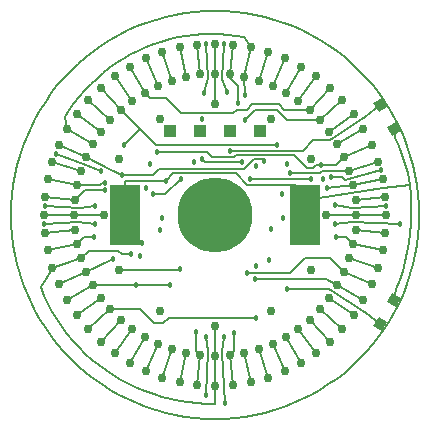
<source format=gtl>
G75*
G70*
%OFA0B0*%
%FSLAX24Y24*%
%IPPOS*%
%LPD*%
%AMOC8*
5,1,8,0,0,1.08239X$1,22.5*
%
%ADD10C,0.0060*%
%ADD11R,0.1000X0.2000*%
%ADD12C,0.2500*%
%ADD13C,0.0300*%
%ADD14R,0.0394X0.0394*%
%ADD15R,0.0335X0.0334*%
%ADD16C,0.0240*%
%ADD17C,0.0180*%
D10*
X004489Y004689D02*
X005232Y005358D01*
X005234Y005356D01*
X006228Y005356D01*
X006698Y004886D01*
X006998Y004886D01*
X007188Y005076D01*
X010098Y005076D01*
X010579Y005296D02*
X010581Y005298D01*
X011118Y006036D02*
X012528Y006036D01*
X013758Y005246D01*
X014234Y004865D01*
X014697Y005666D02*
X014758Y006036D01*
X013940Y006186D02*
X013026Y006593D01*
X012563Y007056D01*
X011728Y007056D01*
X011238Y006566D01*
X009778Y006566D01*
X010068Y006366D02*
X010328Y006365D01*
X012428Y006356D01*
X012803Y006154D01*
X012710Y006246D01*
X012803Y006154D02*
X013669Y005654D01*
X013343Y005153D02*
X012534Y005741D01*
X012224Y005358D02*
X012968Y004689D01*
X012545Y004267D02*
X011876Y005010D01*
X011494Y004700D02*
X012081Y003891D01*
X011581Y003566D02*
X011081Y004432D01*
X010642Y004209D02*
X011049Y003295D01*
X010491Y003081D02*
X010182Y004032D01*
X009706Y003905D02*
X009914Y002926D01*
X009324Y002833D02*
X009220Y003828D01*
X009358Y003966D01*
X009358Y004566D01*
X009028Y004436D02*
X008968Y003946D01*
X009058Y002226D01*
X008728Y002216D02*
X008728Y002802D01*
X008728Y003802D01*
X008728Y004802D01*
X008428Y004436D02*
X008488Y003956D01*
X008418Y002506D01*
X008132Y002833D02*
X008236Y003828D01*
X008098Y003966D01*
X008098Y004586D01*
X007274Y004032D02*
X006965Y003081D01*
X006408Y003295D02*
X006815Y004209D01*
X006376Y004432D02*
X005876Y003566D01*
X005375Y003891D02*
X005963Y004700D01*
X005580Y005010D02*
X004911Y004267D01*
X004113Y005153D02*
X004922Y005741D01*
X004654Y006154D02*
X006098Y006154D01*
X006098Y006156D01*
X006098Y006154D02*
X007196Y006154D01*
X007208Y006166D01*
X007546Y006654D02*
X005520Y006654D01*
X005338Y007026D02*
X004430Y006593D01*
X003517Y006186D01*
X003788Y005654D02*
X004654Y006154D01*
X004254Y007053D02*
X004508Y007306D01*
X005488Y007306D01*
X005608Y007186D01*
X005938Y007186D01*
X006278Y007576D02*
X005728Y008126D01*
X005728Y008506D01*
X005728Y008906D01*
X005718Y008906D01*
X005718Y009636D01*
X007078Y009636D01*
X007338Y009896D01*
X009408Y009896D01*
X009798Y009506D01*
X011378Y009506D01*
X011718Y009166D01*
X011718Y008346D01*
X011848Y008216D01*
X011848Y008386D01*
X011728Y008506D01*
X012178Y009056D01*
X014328Y009386D01*
X015208Y009496D01*
X014402Y009103D02*
X013407Y008998D01*
X013278Y008736D02*
X012728Y008826D01*
X012433Y008506D02*
X013433Y008506D01*
X014433Y008506D01*
X014418Y008806D02*
X013278Y008736D01*
X013298Y008266D02*
X012728Y008186D01*
X012758Y007766D02*
X013078Y007766D01*
X013330Y007528D01*
X014308Y007320D01*
X014148Y006746D02*
X013203Y007053D01*
X014154Y006744D01*
X014402Y007910D02*
X013407Y008015D01*
X013298Y008266D02*
X014898Y008186D01*
X014308Y009693D02*
X013330Y009485D01*
X012458Y009386D01*
X012598Y009756D02*
X012968Y009756D01*
X013058Y009666D01*
X014248Y009986D01*
X014154Y010269D02*
X013203Y009960D01*
X012292Y009960D01*
X012238Y009906D01*
X011228Y009906D01*
X011803Y010051D02*
X011983Y010051D01*
X012088Y010156D01*
X012258Y010156D01*
X012763Y010156D01*
X013026Y010420D01*
X013940Y010827D01*
X013669Y011359D02*
X012803Y010859D01*
X012548Y010986D02*
X011978Y010986D01*
X011640Y010649D01*
X009220Y010649D01*
X009408Y010496D02*
X009348Y010436D01*
X008638Y010436D01*
X008458Y010616D01*
X006798Y010616D01*
X006746Y010836D02*
X006192Y011391D01*
X006192Y011341D01*
X005688Y010836D01*
X006192Y011391D02*
X005580Y012003D01*
X004911Y012746D01*
X005375Y013122D02*
X005963Y012313D01*
X006376Y012581D02*
X006550Y012406D01*
X007078Y012406D01*
X007598Y011886D01*
X009328Y011886D01*
X009444Y012003D01*
X009784Y012003D01*
X009968Y012186D01*
X010858Y012186D01*
X011038Y012006D01*
X011873Y012006D01*
X011876Y012003D01*
X012545Y012746D01*
X012081Y013122D02*
X011494Y012313D01*
X011081Y012581D02*
X011581Y013447D01*
X011049Y013718D02*
X010642Y012804D01*
X010182Y012981D02*
X010491Y013932D01*
X009914Y014086D02*
X009698Y014436D01*
X009914Y014086D02*
X009706Y013108D01*
X009708Y012496D01*
X009478Y012236D02*
X009478Y012817D01*
X009220Y013075D01*
X009220Y013185D01*
X009324Y014180D01*
X009028Y014206D02*
X008958Y013046D01*
X009118Y012586D01*
X008728Y012211D02*
X008728Y013211D01*
X008728Y014211D01*
X008428Y014216D02*
X008488Y013056D01*
X008348Y012576D01*
X008236Y013185D02*
X008132Y014180D01*
X007542Y014086D02*
X007750Y013108D01*
X007274Y012981D02*
X006965Y013932D01*
X006408Y013718D02*
X006815Y012804D01*
X006376Y012581D02*
X005876Y013447D01*
X004489Y012324D02*
X005232Y011655D01*
X004922Y011272D02*
X004113Y011860D01*
X003718Y011756D02*
X003788Y011359D01*
X004654Y010859D01*
X004430Y010420D02*
X005268Y010016D01*
X005618Y009846D01*
X006668Y009846D01*
X006868Y010046D01*
X009698Y010046D01*
X010008Y010356D01*
X010318Y010356D01*
X010358Y010316D01*
X010788Y010836D02*
X006746Y010836D01*
X007578Y009716D02*
X007058Y009196D01*
X006648Y009196D01*
X005068Y009326D02*
X004377Y009326D01*
X004049Y008998D01*
X003055Y009103D01*
X003058Y008806D02*
X004218Y008746D01*
X004728Y008806D01*
X005023Y008506D02*
X004023Y008506D01*
X003023Y008506D01*
X003028Y008206D02*
X004158Y008266D01*
X004728Y008206D01*
X004688Y007766D02*
X004364Y007766D01*
X004126Y007528D01*
X003148Y007320D01*
X003308Y006746D02*
X002918Y006086D01*
X003303Y006744D02*
X004254Y007053D01*
X003308Y006746D01*
X003055Y007910D02*
X003700Y007978D01*
X004049Y008015D01*
X004126Y009485D02*
X004128Y009486D01*
X004878Y009486D01*
X004958Y009566D01*
X005068Y009566D01*
X004938Y009956D02*
X004158Y010256D01*
X003408Y010546D01*
X003303Y010269D02*
X004254Y009960D01*
X004430Y010420D02*
X003517Y010827D01*
X003148Y009693D02*
X004126Y009485D01*
X007548Y006706D02*
X007546Y006654D01*
X008729Y002217D02*
X008431Y002217D01*
X008134Y002232D01*
X007838Y002261D01*
X007544Y002305D01*
X007253Y002363D01*
X006964Y002435D01*
X006680Y002522D01*
X006400Y002622D01*
X006125Y002735D01*
X005856Y002862D01*
X005594Y003002D01*
X005338Y003155D01*
X005091Y003320D01*
X004852Y003496D01*
X004622Y003684D01*
X004401Y003884D01*
X004190Y004093D01*
X003990Y004313D01*
X003801Y004543D01*
X003623Y004781D01*
X003457Y005028D01*
X003303Y005282D01*
X003162Y005544D01*
X003034Y005812D01*
X002919Y006086D01*
X007750Y003905D02*
X007542Y002926D01*
X001928Y008506D02*
X001936Y008840D01*
X001961Y009173D01*
X002002Y009504D01*
X002059Y009833D01*
X002132Y010158D01*
X002221Y010480D01*
X002326Y010797D01*
X002446Y011108D01*
X002581Y011413D01*
X002731Y011711D01*
X002895Y012002D01*
X003074Y012284D01*
X003266Y012557D01*
X003472Y012820D01*
X003690Y013073D01*
X003920Y013314D01*
X004161Y013544D01*
X004414Y013762D01*
X004677Y013968D01*
X004950Y014160D01*
X005232Y014339D01*
X005523Y014503D01*
X005821Y014653D01*
X006126Y014788D01*
X006437Y014908D01*
X006754Y015013D01*
X007076Y015102D01*
X007401Y015175D01*
X007730Y015232D01*
X008061Y015273D01*
X008394Y015298D01*
X008728Y015306D01*
X009062Y015298D01*
X009395Y015273D01*
X009726Y015232D01*
X010055Y015175D01*
X010380Y015102D01*
X010702Y015013D01*
X011019Y014908D01*
X011330Y014788D01*
X011635Y014653D01*
X011933Y014503D01*
X012224Y014339D01*
X012506Y014160D01*
X012779Y013968D01*
X013042Y013762D01*
X013295Y013544D01*
X013536Y013314D01*
X013766Y013073D01*
X013984Y012820D01*
X014190Y012557D01*
X014382Y012284D01*
X014561Y012002D01*
X014725Y011711D01*
X014875Y011413D01*
X015010Y011108D01*
X015130Y010797D01*
X015235Y010480D01*
X015324Y010158D01*
X015397Y009833D01*
X015454Y009504D01*
X015495Y009173D01*
X015520Y008840D01*
X015528Y008506D01*
X015520Y008172D01*
X015495Y007839D01*
X015454Y007508D01*
X015397Y007179D01*
X015324Y006854D01*
X015235Y006532D01*
X015130Y006215D01*
X015010Y005904D01*
X014875Y005599D01*
X014725Y005301D01*
X014561Y005010D01*
X014382Y004728D01*
X014190Y004455D01*
X013984Y004192D01*
X013766Y003939D01*
X013536Y003698D01*
X013295Y003468D01*
X013042Y003250D01*
X012779Y003044D01*
X012506Y002852D01*
X012224Y002673D01*
X011933Y002509D01*
X011635Y002359D01*
X011330Y002224D01*
X011019Y002104D01*
X010702Y001999D01*
X010380Y001910D01*
X010055Y001837D01*
X009726Y001780D01*
X009395Y001739D01*
X009062Y001714D01*
X008728Y001706D01*
X008394Y001714D01*
X008061Y001739D01*
X007730Y001780D01*
X007401Y001837D01*
X007076Y001910D01*
X006754Y001999D01*
X006437Y002104D01*
X006126Y002224D01*
X005821Y002359D01*
X005523Y002509D01*
X005232Y002673D01*
X004950Y002852D01*
X004677Y003044D01*
X004414Y003250D01*
X004161Y003468D01*
X003920Y003698D01*
X003690Y003939D01*
X003472Y004192D01*
X003266Y004455D01*
X003074Y004728D01*
X002895Y005010D01*
X002731Y005301D01*
X002581Y005599D01*
X002446Y005904D01*
X002326Y006215D01*
X002221Y006532D01*
X002132Y006854D01*
X002059Y007179D01*
X002002Y007508D01*
X001961Y007839D01*
X001936Y008172D01*
X001928Y008506D01*
X008288Y010356D02*
X008378Y010266D01*
X009598Y010266D01*
X009608Y010256D01*
X009408Y010496D02*
X011358Y010496D01*
X011803Y010051D01*
X011933Y009716D02*
X009888Y009716D01*
X014728Y011066D02*
X014817Y010880D01*
X014899Y010691D01*
X014972Y010498D01*
X015036Y010302D01*
X015092Y010104D01*
X015140Y009903D01*
X015178Y009700D01*
X015208Y009496D01*
X014728Y011066D02*
X014728Y011335D01*
X014697Y011367D01*
X014234Y012168D02*
X013738Y011776D01*
X012548Y010986D01*
X012534Y011272D02*
X013343Y011860D01*
X012968Y012324D02*
X012224Y011655D01*
X011120Y011655D01*
X010778Y011996D01*
X010068Y011996D01*
X009728Y011656D01*
X009698Y014436D02*
X009423Y014482D01*
X009146Y014514D01*
X008867Y014533D01*
X008588Y014538D01*
X008309Y014529D01*
X008031Y014507D01*
X007754Y014472D01*
X007479Y014423D01*
X007207Y014360D01*
X006939Y014284D01*
X006674Y014196D01*
X006414Y014094D01*
X006159Y013980D01*
X005911Y013853D01*
X005668Y013715D01*
X005433Y013565D01*
X005205Y013403D01*
X004986Y013231D01*
X004775Y013048D01*
X004573Y012855D01*
X004381Y012653D01*
X004199Y012441D01*
X004028Y012220D01*
X003868Y011992D01*
X003719Y011756D01*
X015209Y009496D02*
X015244Y009177D01*
X015263Y008857D01*
X015268Y008536D01*
X015257Y008216D01*
X015230Y007896D01*
X015189Y007578D01*
X015133Y007262D01*
X015061Y006949D01*
X014975Y006640D01*
X014874Y006336D01*
X014759Y006036D01*
D11*
X011728Y008506D03*
X005728Y008506D03*
D12*
X008728Y008506D03*
D13*
X004489Y004689D03*
X004911Y004267D03*
X005375Y003891D03*
X005876Y003566D03*
X006408Y003295D03*
X006965Y003081D03*
X007542Y002926D03*
X008132Y002833D03*
X008728Y002802D03*
X009324Y002833D03*
X009914Y002926D03*
X010491Y003081D03*
X011049Y003295D03*
X011581Y003566D03*
X012081Y003891D03*
X012545Y004267D03*
X012968Y004689D03*
X013343Y005153D03*
X013669Y005654D03*
X013940Y006186D03*
X014154Y006744D03*
X014308Y007320D03*
X014402Y007910D03*
X014433Y008506D03*
X014402Y009103D03*
X014308Y009693D03*
X014154Y010269D03*
X013940Y010827D03*
X013669Y011359D03*
X013343Y011860D03*
X012968Y012324D03*
X012545Y012746D03*
X012081Y013122D03*
X011581Y013447D03*
X011049Y013718D03*
X010491Y013932D03*
X009914Y014086D03*
X009324Y014180D03*
X008728Y014211D03*
X008132Y014180D03*
X007542Y014086D03*
X006965Y013932D03*
X006408Y013718D03*
X005876Y013447D03*
X005375Y013122D03*
X004911Y012746D03*
X004489Y012324D03*
X004113Y011860D03*
X003788Y011359D03*
X003517Y010827D03*
X003303Y010269D03*
X003148Y009693D03*
X003055Y009103D03*
X003023Y008506D03*
X003055Y007910D03*
X003148Y007320D03*
X003303Y006744D03*
X003517Y006186D03*
X003788Y005654D03*
X004113Y005153D03*
X004922Y005741D03*
X004654Y006154D03*
X004430Y006593D03*
X004254Y007053D03*
X004126Y007528D03*
X004049Y008015D03*
X004023Y008506D03*
X004049Y008998D03*
X004126Y009485D03*
X004254Y009960D03*
X004430Y010420D03*
X004654Y010859D03*
X004922Y011272D03*
X005232Y011655D03*
X005580Y012003D03*
X005963Y012313D03*
X006376Y012581D03*
X006815Y012804D03*
X007274Y012981D03*
X007750Y013108D03*
X008236Y013185D03*
X008728Y013211D03*
X009220Y013185D03*
X009706Y013108D03*
X010182Y012981D03*
X010642Y012804D03*
X011081Y012581D03*
X011494Y012313D03*
X011876Y012003D03*
X012224Y011655D03*
X012534Y011272D03*
X012803Y010859D03*
X013026Y010420D03*
X013203Y009960D03*
X013330Y009485D03*
X013407Y008998D03*
X013433Y008506D03*
X013407Y008015D03*
X013330Y007528D03*
X013203Y007053D03*
X013026Y006593D03*
X012803Y006154D03*
X012534Y005741D03*
X012224Y005358D03*
X011876Y005010D03*
X011494Y004700D03*
X011081Y004432D03*
X010642Y004208D03*
X010182Y004032D03*
X009706Y003905D03*
X009220Y003827D03*
X008728Y003802D03*
X008236Y003827D03*
X007750Y003905D03*
X007274Y004032D03*
X006815Y004208D03*
X006376Y004432D03*
X005963Y004700D03*
X005580Y005010D03*
X005232Y005358D03*
X005520Y006654D03*
X006876Y005298D03*
X008728Y004802D03*
X010581Y005298D03*
X011937Y006654D03*
X012433Y008506D03*
X011937Y010359D03*
X010581Y011715D03*
X008728Y012211D03*
X006876Y011715D03*
X005520Y010359D03*
X005023Y008506D03*
D14*
X007228Y011296D03*
X008228Y011296D03*
X009228Y011296D03*
X010228Y011296D03*
D15*
G36*
X014295Y012396D02*
X014462Y012107D01*
X014173Y011940D01*
X014006Y012229D01*
X014295Y012396D01*
G37*
G36*
X014758Y011595D02*
X014925Y011306D01*
X014636Y011139D01*
X014469Y011428D01*
X014758Y011595D01*
G37*
G36*
X014925Y005727D02*
X014758Y005438D01*
X014469Y005605D01*
X014636Y005894D01*
X014925Y005727D01*
G37*
G36*
X014462Y004926D02*
X014295Y004637D01*
X014006Y004804D01*
X014173Y005093D01*
X014462Y004926D01*
G37*
D16*
X009122Y008113D03*
X008728Y008113D03*
X008334Y008113D03*
X008334Y008506D03*
X008334Y008900D03*
X008728Y008900D03*
X008728Y008506D03*
X009122Y008506D03*
X009122Y008900D03*
D17*
X009888Y009716D03*
X010098Y010146D03*
X010358Y010316D03*
X010788Y010836D03*
X011108Y010206D03*
X011228Y009906D03*
X011933Y009716D03*
X012338Y009686D03*
X012598Y009756D03*
X012458Y009386D03*
X012728Y008826D03*
X012728Y008186D03*
X012758Y007766D03*
X010978Y008406D03*
X010578Y008026D03*
X010528Y007006D03*
X010098Y006786D03*
X009778Y006566D03*
X010068Y006366D03*
X011118Y006036D03*
X010098Y005076D03*
X009358Y004566D03*
X009028Y004436D03*
X008428Y004436D03*
X008098Y004586D03*
X007208Y006166D03*
X007548Y006706D03*
X006208Y007146D03*
X005938Y007186D03*
X006278Y007576D03*
X006888Y008006D03*
X006958Y008406D03*
X006648Y009196D03*
X006428Y009396D03*
X007078Y009636D03*
X007578Y009716D03*
X008038Y010256D03*
X008288Y010356D03*
X009220Y010649D03*
X009608Y010256D03*
X010968Y009196D03*
X012258Y010156D03*
X014248Y009986D03*
X014418Y008806D03*
X014898Y008186D03*
X009728Y011656D03*
X009478Y012236D03*
X009708Y012496D03*
X009118Y012586D03*
X008348Y012576D03*
X008288Y011686D03*
X006798Y010616D03*
X006548Y010196D03*
X005618Y009846D03*
X005068Y009566D03*
X005068Y009326D03*
X004728Y008806D03*
X004728Y008206D03*
X004688Y007766D03*
X005338Y007026D03*
X006098Y006156D03*
X003028Y008206D03*
X003058Y008806D03*
X003408Y010546D03*
X004938Y009956D03*
X005688Y010836D03*
X008428Y014216D03*
X009028Y014206D03*
X008418Y002506D03*
X009058Y002226D03*
M02*

</source>
